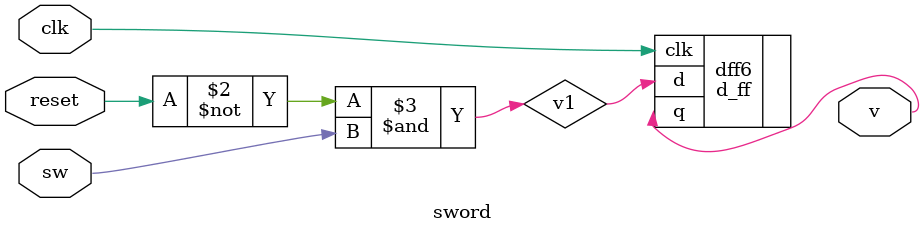
<source format=sv>
module sword (input logic sw, reset, clk,
output logic v);
	//one instance of D-flip flop to store sword FSM state
	
	logic v1;
	always_comb begin
	
	v1 = (~reset & sw);
	
	end
	
	d_ff dff6 (.clk(clk), .d(v1), .q(v));
	
	
endmodule
</source>
